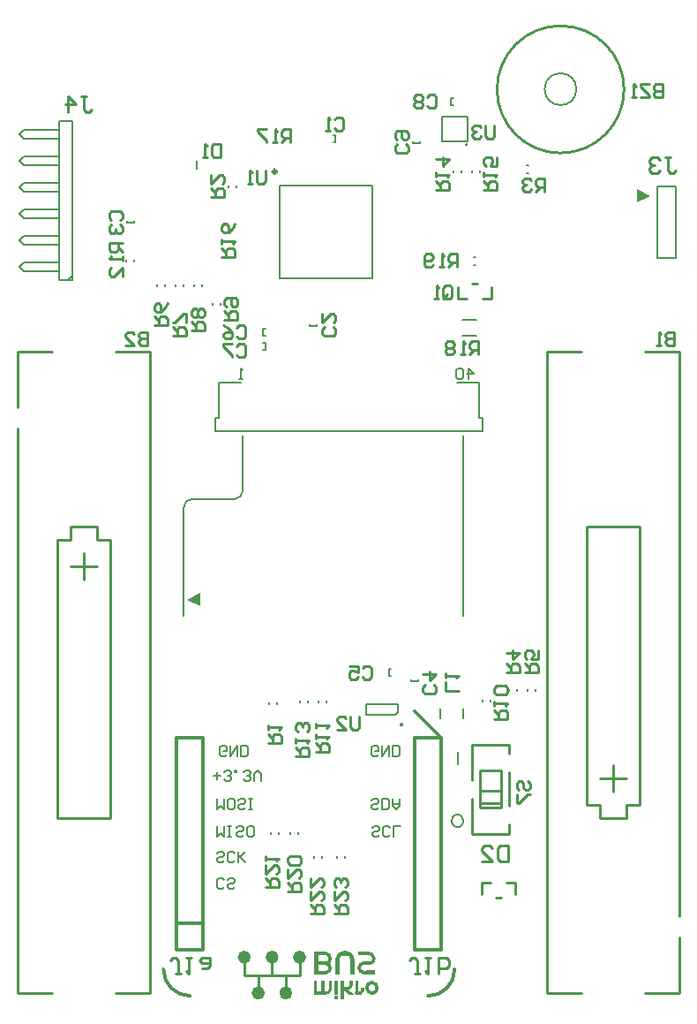
<source format=gbo>
G04*
G04 #@! TF.GenerationSoftware,Altium Limited,Altium Designer,19.1.8 (144)*
G04*
G04 Layer_Color=32896*
%FSLAX24Y24*%
%MOIN*%
G70*
G01*
G75*
%ADD10C,0.0079*%
%ADD11C,0.0100*%
%ADD12C,0.0080*%
%ADD13C,0.0090*%
%ADD28C,0.0200*%
%ADD66C,0.0120*%
%ADD67C,0.0110*%
%ADD98C,0.0140*%
%ADD99C,0.0160*%
%ADD100C,0.0030*%
G36*
X24400Y30725D02*
X23900Y30475D01*
Y30975D01*
X24400Y30725D01*
D02*
G37*
G36*
X7400Y15250D02*
X6900Y15500D01*
X7400Y15750D01*
Y15250D01*
D02*
G37*
G36*
X13695Y2090D02*
X13345D01*
Y2220D01*
X13695D01*
Y2090D01*
D02*
G37*
G36*
X14005Y1370D02*
X13655D01*
Y1507D01*
X14005D01*
Y1370D01*
D02*
G37*
G36*
X13220D02*
X13060D01*
Y1910D01*
X13220D01*
Y1370D01*
D02*
G37*
G36*
X12650D02*
X12490D01*
Y1910D01*
X12650D01*
Y1370D01*
D02*
G37*
G36*
X11840D02*
X11680D01*
Y2220D01*
X11840D01*
Y1370D01*
D02*
G37*
G36*
X13154Y936D02*
X13026D01*
Y1113D01*
X13154D01*
Y936D01*
D02*
G37*
G36*
X12350Y810D02*
X12240D01*
Y1110D01*
X12350D01*
Y810D01*
D02*
G37*
G36*
X13577Y778D02*
X13459D01*
Y847D01*
X13577D01*
Y778D01*
D02*
G37*
G36*
X12081Y709D02*
X12159D01*
Y601D01*
X11677D01*
Y1113D01*
X11805D01*
Y709D01*
X11953D01*
Y1113D01*
X12081D01*
Y709D01*
D02*
G37*
G36*
X13370Y601D02*
X13242D01*
Y1113D01*
X13370D01*
Y601D01*
D02*
G37*
G36*
X12829Y887D02*
X12967D01*
Y795D01*
X13173Y631D01*
X13173Y611D01*
X13163Y601D01*
X13035D01*
X12829Y770D01*
Y424D01*
X12701D01*
Y1113D01*
X12829D01*
Y887D01*
D02*
G37*
G36*
X12593Y601D02*
X12465D01*
Y1113D01*
X12593D01*
Y601D01*
D02*
G37*
G36*
Y424D02*
X12465D01*
Y552D01*
X12593D01*
Y424D01*
D02*
G37*
G36*
X17125Y7420D02*
X17144Y7418D01*
X17161Y7414D01*
X17178Y7410D01*
X17194Y7404D01*
X17209Y7398D01*
X17222Y7391D01*
X17234Y7385D01*
X17245Y7378D01*
X17255Y7371D01*
X17263Y7365D01*
X17269Y7360D01*
X17275Y7355D01*
X17279Y7351D01*
X17281Y7349D01*
X17282Y7348D01*
X17294Y7334D01*
X17304Y7320D01*
X17314Y7303D01*
X17321Y7287D01*
X17328Y7270D01*
X17334Y7254D01*
X17338Y7237D01*
X17341Y7222D01*
X17344Y7207D01*
X17346Y7193D01*
X17348Y7180D01*
X17349Y7170D01*
Y7161D01*
X17350Y7155D01*
Y7150D01*
Y7149D01*
Y7149D01*
X17349Y7123D01*
X17346Y7101D01*
X17341Y7078D01*
X17338Y7069D01*
X17335Y7059D01*
X17333Y7051D01*
X17330Y7044D01*
X17328Y7037D01*
X17326Y7031D01*
X17324Y7027D01*
X17323Y7024D01*
X17321Y7021D01*
Y7021D01*
X17309Y6999D01*
X17295Y6981D01*
X17280Y6964D01*
X17266Y6951D01*
X17254Y6940D01*
X17249Y6936D01*
X17244Y6933D01*
X17240Y6930D01*
X17237Y6927D01*
X17235Y6927D01*
X17235Y6926D01*
X17223Y6920D01*
X17212Y6915D01*
X17190Y6906D01*
X17169Y6900D01*
X17149Y6896D01*
X17139Y6894D01*
X17131Y6893D01*
X17124Y6892D01*
X17117D01*
X17112Y6891D01*
X17105D01*
X17081Y6893D01*
X17058Y6896D01*
X17036Y6901D01*
X17027Y6904D01*
X17018Y6907D01*
X17010Y6910D01*
X17002Y6913D01*
X16996Y6915D01*
X16991Y6917D01*
X16987Y6919D01*
X16983Y6921D01*
X16981Y6922D01*
X16981D01*
X16960Y6936D01*
X16942Y6950D01*
X16927Y6966D01*
X16915Y6981D01*
X16905Y6995D01*
X16901Y7000D01*
X16898Y7005D01*
X16895Y7010D01*
X16893Y7012D01*
X16892Y7015D01*
Y7015D01*
X16886Y7027D01*
X16882Y7039D01*
X16873Y7063D01*
X16868Y7086D01*
X16864Y7108D01*
X16863Y7118D01*
X16862Y7126D01*
X16861Y7135D01*
Y7141D01*
X16860Y7147D01*
Y7151D01*
Y7154D01*
Y7155D01*
X16862Y7183D01*
X16865Y7209D01*
X16867Y7220D01*
X16870Y7232D01*
X16873Y7243D01*
X16875Y7252D01*
X16878Y7261D01*
X16881Y7269D01*
X16883Y7276D01*
X16886Y7282D01*
X16888Y7286D01*
X16889Y7289D01*
X16890Y7291D01*
Y7292D01*
X16902Y7314D01*
X16916Y7333D01*
X16931Y7349D01*
X16944Y7362D01*
X16957Y7373D01*
X16963Y7377D01*
X16967Y7381D01*
X16972Y7383D01*
X16975Y7385D01*
X16976Y7386D01*
X16977Y7387D01*
X16988Y7393D01*
X16999Y7398D01*
X17021Y7407D01*
X17043Y7413D01*
X17062Y7417D01*
X17071Y7418D01*
X17080Y7419D01*
X17087Y7420D01*
X17093D01*
X17098Y7421D01*
X17105D01*
X17125Y7420D01*
D02*
G37*
G36*
X17168Y9250D02*
X17100D01*
Y9762D01*
X17168D01*
Y9250D01*
D02*
G37*
%LPC*%
G36*
X17112Y7362D02*
X17105D01*
X17087Y7362D01*
X17069Y7359D01*
X17053Y7354D01*
X17040Y7350D01*
X17029Y7345D01*
X17024Y7343D01*
X17021Y7341D01*
X17017Y7339D01*
X17015Y7338D01*
X17014Y7337D01*
X17013D01*
X16999Y7326D01*
X16987Y7314D01*
X16976Y7303D01*
X16967Y7291D01*
X16960Y7280D01*
X16955Y7271D01*
X16953Y7269D01*
X16952Y7266D01*
X16951Y7265D01*
Y7264D01*
X16944Y7246D01*
X16939Y7227D01*
X16935Y7209D01*
X16933Y7192D01*
X16931Y7184D01*
X16930Y7178D01*
Y7171D01*
X16930Y7166D01*
Y7161D01*
Y7158D01*
Y7156D01*
Y7155D01*
X16930Y7138D01*
X16932Y7121D01*
X16934Y7104D01*
X16937Y7089D01*
X16942Y7076D01*
X16945Y7064D01*
X16950Y7052D01*
X16954Y7041D01*
X16959Y7032D01*
X16964Y7024D01*
X16967Y7018D01*
X16971Y7012D01*
X16975Y7008D01*
X16977Y7004D01*
X16979Y7003D01*
X16979Y7002D01*
X16989Y6992D01*
X16999Y6984D01*
X17010Y6978D01*
X17020Y6971D01*
X17030Y6966D01*
X17041Y6962D01*
X17051Y6958D01*
X17061Y6956D01*
X17070Y6953D01*
X17079Y6952D01*
X17087Y6950D01*
X17093Y6950D01*
X17098D01*
X17102Y6949D01*
X17106D01*
X17120Y6950D01*
X17133Y6951D01*
X17145Y6954D01*
X17157Y6957D01*
X17168Y6961D01*
X17178Y6966D01*
X17188Y6970D01*
X17197Y6975D01*
X17204Y6981D01*
X17211Y6985D01*
X17217Y6990D01*
X17222Y6994D01*
X17226Y6997D01*
X17229Y7000D01*
X17230Y7001D01*
X17231Y7002D01*
X17240Y7012D01*
X17247Y7024D01*
X17254Y7035D01*
X17260Y7047D01*
X17264Y7060D01*
X17269Y7072D01*
X17275Y7095D01*
X17276Y7106D01*
X17277Y7116D01*
X17279Y7125D01*
X17280Y7132D01*
X17280Y7139D01*
Y7144D01*
Y7147D01*
Y7148D01*
X17280Y7169D01*
X17278Y7188D01*
X17276Y7206D01*
X17272Y7223D01*
X17269Y7237D01*
X17264Y7251D01*
X17259Y7263D01*
X17255Y7274D01*
X17249Y7283D01*
X17245Y7291D01*
X17240Y7298D01*
X17237Y7303D01*
X17233Y7308D01*
X17231Y7311D01*
X17229Y7312D01*
X17229Y7313D01*
X17219Y7322D01*
X17209Y7329D01*
X17198Y7336D01*
X17187Y7342D01*
X17177Y7346D01*
X17166Y7351D01*
X17147Y7357D01*
X17138Y7358D01*
X17130Y7360D01*
X17124Y7361D01*
X17117Y7362D01*
X17112Y7362D01*
D02*
G37*
%LPD*%
D10*
X10398Y31133D02*
X13902D01*
X10398Y27629D02*
X13902D01*
X10398D02*
Y31133D01*
X13902Y27629D02*
Y31133D01*
X14860Y11252D02*
Y11557D01*
X14752Y11143D02*
X14860Y11252D01*
X13640Y11143D02*
X14752D01*
X13640Y11557D02*
X14860D01*
X13640Y11143D02*
Y11557D01*
X17274Y26055D02*
X17826D01*
X17274Y25445D02*
X17826D01*
X12552Y5761D02*
Y5839D01*
X12848Y5761D02*
Y5839D01*
X25354Y28396D02*
Y31104D01*
X24646D02*
X25354D01*
X24646Y28396D02*
Y31104D01*
Y28396D02*
X25354D01*
X16525Y32775D02*
X17485D01*
X16525D02*
Y33725D01*
X17485D01*
Y32775D02*
Y33725D01*
X7259Y31743D02*
Y32057D01*
X16467Y11023D02*
Y11377D01*
X17333Y11023D02*
Y11377D01*
X2050Y27550D02*
X2550D01*
X2050D02*
Y33550D01*
X2550D01*
X717Y27883D02*
X2050D01*
X550Y28050D02*
X717Y27883D01*
X550Y28050D02*
X717Y28217D01*
X2050D01*
X717Y28883D02*
X2050D01*
X550Y29050D02*
X717Y28883D01*
X550Y29050D02*
X717Y29217D01*
X2050D01*
X717Y29883D02*
X2050D01*
X550Y30050D02*
X717Y29883D01*
X550Y30050D02*
X717Y30217D01*
X2050D01*
X717Y30883D02*
X2050D01*
X550Y31050D02*
X717Y30883D01*
X550Y31050D02*
X717Y31217D01*
X2050D01*
X717Y31883D02*
X2050D01*
X550Y32050D02*
X717Y31883D01*
X550Y32050D02*
X717Y32217D01*
X2050D01*
X717Y32883D02*
X2050D01*
X550Y33050D02*
X717Y32883D01*
X550Y33050D02*
X717Y33217D01*
X2050D01*
X2383Y27550D02*
X2550Y27717D01*
Y27550D02*
Y33550D01*
X9771Y25462D02*
Y25738D01*
X9849D01*
X9771Y25462D02*
X9849D01*
X19348Y12061D02*
Y12139D01*
X19052Y12061D02*
Y12139D01*
X20048Y12061D02*
Y12139D01*
X19752Y12061D02*
Y12139D01*
X19711Y31898D02*
X19789D01*
X19711Y31602D02*
X19789D01*
X17652Y31611D02*
Y31689D01*
X17948Y31611D02*
Y31689D01*
X16952Y31611D02*
Y31689D01*
X17248Y31611D02*
Y31689D01*
X15688Y32711D02*
Y32789D01*
X15412Y32711D02*
Y32789D01*
Y32711D02*
X15688D01*
X16861Y34162D02*
X16939D01*
X16861Y34438D02*
X16939D01*
X16861Y34162D02*
Y34438D01*
X4898Y28261D02*
Y28339D01*
X4602Y28261D02*
Y28339D01*
X11152Y11611D02*
Y11689D01*
X11448Y11611D02*
Y11689D01*
X12148Y11611D02*
Y11689D01*
X11852Y11611D02*
Y11689D01*
X18348Y11661D02*
Y11739D01*
X18052Y11661D02*
Y11739D01*
X14521Y12612D02*
X14599D01*
X14521Y12888D02*
X14599D01*
X14521Y12612D02*
Y12888D01*
X15638Y12411D02*
Y12489D01*
X15362Y12411D02*
Y12489D01*
Y12411D02*
X15638D01*
X8452Y31042D02*
Y31121D01*
X8748Y31042D02*
Y31121D01*
X12489Y32762D02*
Y33038D01*
X12411Y32762D02*
X12489D01*
X12411Y33038D02*
X12489D01*
X11512Y25811D02*
X11788D01*
X11512D02*
Y25889D01*
X11788Y25811D02*
Y25889D01*
X9839Y24912D02*
Y25188D01*
X9761Y24912D02*
X9839D01*
X9761Y25188D02*
X9839D01*
X4612Y29711D02*
X4888D01*
X4612D02*
Y29789D01*
X4888Y29711D02*
Y29789D01*
X17711Y28134D02*
X17789D01*
X17711Y28429D02*
X17789D01*
X7852Y26611D02*
Y26689D01*
X8148Y26611D02*
Y26689D01*
X7448Y27311D02*
Y27389D01*
X7152Y27311D02*
Y27389D01*
X6748Y27311D02*
Y27389D01*
X6452Y27311D02*
Y27389D01*
X6048Y27311D02*
Y27389D01*
X5752Y27311D02*
Y27389D01*
X10002Y11561D02*
Y11639D01*
X10298Y11561D02*
Y11639D01*
X10052Y6661D02*
Y6739D01*
X10348Y6661D02*
Y6739D01*
X10802Y6661D02*
Y6739D01*
X11098Y6661D02*
Y6739D01*
X11702Y5761D02*
Y5839D01*
X11998Y5761D02*
Y5839D01*
X15018Y10759D02*
Y10825D01*
X14952D01*
Y10759D01*
X15018D01*
D11*
X17446Y32674D02*
G03*
X17446Y32674I-11J0D01*
G01*
X23400Y34750D02*
G03*
X23400Y34750I-2400J0D01*
G01*
X9630Y660D02*
G03*
X9630Y660I-50J0D01*
G01*
X10150Y2010D02*
G03*
X10150Y2010I-50J0D01*
G01*
X11190D02*
G03*
X11190Y2010I-50J0D01*
G01*
X10670Y660D02*
G03*
X10670Y660I-50J0D01*
G01*
X9100Y2010D02*
G03*
X9100Y2010I-50J0D01*
G01*
X19040Y7715D02*
Y8985D01*
X17950Y8300D02*
X18750D01*
X17950Y7820D02*
X18750D01*
X17950Y7650D02*
Y9050D01*
Y7650D02*
X18750D01*
Y9050D01*
X17950D02*
X18750D01*
X17660Y6660D02*
X19040D01*
X17660D02*
Y8000D01*
Y8700D02*
Y10030D01*
X19040D01*
Y6660D02*
Y7020D01*
Y9680D02*
Y10030D01*
X18020Y4395D02*
Y4834D01*
X18350D01*
X18550Y4256D02*
X18750D01*
X19280Y4395D02*
Y4834D01*
X18950D02*
X19280D01*
X20500Y650D02*
X21800D01*
X20500D02*
Y24850D01*
X21800D01*
X24200D02*
X25500D01*
Y3550D02*
Y24850D01*
Y650D02*
Y2750D01*
X24200Y650D02*
X24205Y645D01*
X25500D01*
X22000Y18250D02*
X24000D01*
X22000Y7750D02*
Y18250D01*
Y7750D02*
X22500D01*
Y7250D02*
Y7750D01*
Y7250D02*
X23500D01*
Y7750D01*
X24000D01*
Y18250D01*
X22500Y8750D02*
X23500D01*
X23000Y8250D02*
Y9250D01*
X4200Y24850D02*
X5500D01*
Y650D02*
Y24850D01*
X4200Y650D02*
X5500D01*
X500D02*
X1800D01*
X500D02*
Y21950D01*
Y22750D02*
Y24850D01*
X1795Y24855D02*
X1800Y24850D01*
X500Y24855D02*
X1795D01*
X2000Y7250D02*
X4000D01*
Y17750D01*
X3500D02*
X4000D01*
X3500D02*
Y18250D01*
X2500D02*
X3500D01*
X2500Y17750D02*
Y18250D01*
X2000Y17750D02*
X2500D01*
X2000Y7250D02*
Y17750D01*
X2500Y16750D02*
X3500D01*
X3000Y16250D02*
Y17250D01*
X18380Y26847D02*
Y27286D01*
X18050Y26847D02*
X18380D01*
X17650Y27426D02*
X17850D01*
X17120Y26847D02*
Y27286D01*
Y26847D02*
X17450D01*
X6500Y2300D02*
Y10300D01*
X16500Y2300D02*
Y10300D01*
X6500Y2300D02*
X7500D01*
X6500Y10300D02*
X7500D01*
X15500Y2300D02*
X16500D01*
X15500Y10300D02*
X16500D01*
X7500Y2300D02*
Y10300D01*
X15500Y2300D02*
Y10300D01*
X15700Y1400D02*
X15500D01*
X15600D01*
Y1900D01*
X15500Y2000D01*
X15400D01*
X15300Y1900D01*
X15900Y2000D02*
X16100D01*
X16000D01*
Y1400D01*
X15900Y1500D01*
X16400Y1400D02*
Y2000D01*
X16700D01*
X16800Y1900D01*
Y1800D01*
Y1700D01*
X16700Y1600D01*
X16400D01*
X6650Y1400D02*
X6450D01*
X6550D01*
Y1900D01*
X6450Y2000D01*
X6350D01*
X6250Y1900D01*
X6850Y2000D02*
X7050D01*
X6950D01*
Y1400D01*
X6850Y1500D01*
X7450Y1600D02*
X7650D01*
X7750Y1700D01*
Y2000D01*
X7450D01*
X7350Y1900D01*
X7450Y1800D01*
X7750D01*
X19019Y6216D02*
Y5616D01*
X18719D01*
X18619Y5716D01*
Y6116D01*
X18719Y6216D01*
X19019D01*
X18019Y5616D02*
X18419D01*
X18019Y6016D01*
Y6116D01*
X18119Y6216D01*
X18319D01*
X18419Y6116D01*
X24950Y32200D02*
X25150D01*
X25050D01*
Y31700D01*
X25150Y31600D01*
X25250D01*
X25350Y31700D01*
X24750Y32100D02*
X24650Y32200D01*
X24450D01*
X24350Y32100D01*
Y32000D01*
X24450Y31900D01*
X24550D01*
X24450D01*
X24350Y31800D01*
Y31700D01*
X24450Y31600D01*
X24650D01*
X24750Y31700D01*
X2889Y34486D02*
X3089D01*
X2989D01*
Y33986D01*
X3089Y33886D01*
X3189D01*
X3289Y33986D01*
X2389Y33886D02*
Y34486D01*
X2689Y34186D01*
X2289D01*
D12*
X8690Y19300D02*
G03*
X8990Y19600I0J300D01*
G01*
X7070Y19300D02*
G03*
X6770Y19000I0J-300D01*
G01*
X21600Y34760D02*
G03*
X21600Y34760I-600J0D01*
G01*
X7070Y19300D02*
X8690D01*
X18061Y21851D02*
Y22371D01*
X17920D02*
Y23681D01*
Y22371D02*
X18061D01*
X7960D02*
X8101D01*
Y23681D01*
X7960Y21851D02*
Y22371D01*
X8101Y23681D02*
X8920D01*
X17101D02*
X17920D01*
X17310Y14880D02*
Y21680D01*
X7960Y21851D02*
X18061D01*
X6770Y14880D02*
Y19000D01*
X8990Y19600D02*
Y21680D01*
X17510Y23821D02*
Y24221D01*
X17710Y24021D01*
X17443D01*
X17310Y24155D02*
X17243Y24221D01*
X17110D01*
X17044Y24155D01*
Y23888D01*
X17110Y23821D01*
X17243D01*
X17310Y23888D01*
Y24155D01*
X9000Y23811D02*
X8867D01*
X8933D01*
Y24211D01*
X9000Y24145D01*
X8302Y4668D02*
X8235Y4601D01*
X8102D01*
X8035Y4668D01*
Y4934D01*
X8102Y5001D01*
X8235D01*
X8302Y4934D01*
X8702Y4668D02*
X8635Y4601D01*
X8502D01*
X8435Y4668D01*
Y4734D01*
X8502Y4801D01*
X8635D01*
X8702Y4868D01*
Y4934D01*
X8635Y5001D01*
X8502D01*
X8435Y4934D01*
X8302Y5652D02*
X8235Y5585D01*
X8102D01*
X8035Y5652D01*
Y5718D01*
X8102Y5785D01*
X8235D01*
X8302Y5852D01*
Y5918D01*
X8235Y5985D01*
X8102D01*
X8035Y5918D01*
X8702Y5652D02*
X8635Y5585D01*
X8502D01*
X8435Y5652D01*
Y5918D01*
X8502Y5985D01*
X8635D01*
X8702Y5918D01*
X8835Y5585D02*
Y5985D01*
Y5852D01*
X9102Y5585D01*
X8902Y5785D01*
X9102Y5985D01*
X8035Y6969D02*
Y6569D01*
X8169Y6703D01*
X8302Y6569D01*
Y6969D01*
X8435Y6569D02*
X8569D01*
X8502D01*
Y6969D01*
X8435D01*
X8569D01*
X9035Y6636D02*
X8968Y6569D01*
X8835D01*
X8769Y6636D01*
Y6703D01*
X8835Y6769D01*
X8968D01*
X9035Y6836D01*
Y6903D01*
X8968Y6969D01*
X8835D01*
X8769Y6903D01*
X9368Y6569D02*
X9235D01*
X9168Y6636D01*
Y6903D01*
X9235Y6969D01*
X9368D01*
X9435Y6903D01*
Y6636D01*
X9368Y6569D01*
X8035Y7993D02*
Y7593D01*
X8169Y7726D01*
X8302Y7593D01*
Y7993D01*
X8635Y7593D02*
X8502D01*
X8435Y7660D01*
Y7926D01*
X8502Y7993D01*
X8635D01*
X8702Y7926D01*
Y7660D01*
X8635Y7593D01*
X9102Y7660D02*
X9035Y7593D01*
X8902D01*
X8835Y7660D01*
Y7726D01*
X8902Y7793D01*
X9035D01*
X9102Y7860D01*
Y7926D01*
X9035Y7993D01*
X8902D01*
X8835Y7926D01*
X9235Y7593D02*
X9368D01*
X9302D01*
Y7993D01*
X9235D01*
X9368D01*
X8381Y9668D02*
X8314Y9601D01*
X8181D01*
X8114Y9668D01*
Y9934D01*
X8181Y10001D01*
X8314D01*
X8381Y9934D01*
Y9801D01*
X8247D01*
X8514Y10001D02*
Y9601D01*
X8781Y10001D01*
Y9601D01*
X8914D02*
Y10001D01*
X9114D01*
X9180Y9934D01*
Y9668D01*
X9114Y9601D01*
X8914D01*
X14168Y6636D02*
X14102Y6569D01*
X13968D01*
X13902Y6636D01*
Y6703D01*
X13968Y6769D01*
X14102D01*
X14168Y6836D01*
Y6903D01*
X14102Y6969D01*
X13968D01*
X13902Y6903D01*
X14568Y6636D02*
X14501Y6569D01*
X14368D01*
X14301Y6636D01*
Y6903D01*
X14368Y6969D01*
X14501D01*
X14568Y6903D01*
X14701Y6569D02*
Y6969D01*
X14968D01*
X14129Y7660D02*
X14062Y7593D01*
X13929D01*
X13862Y7660D01*
Y7726D01*
X13929Y7793D01*
X14062D01*
X14129Y7860D01*
Y7926D01*
X14062Y7993D01*
X13929D01*
X13862Y7926D01*
X14262Y7593D02*
Y7993D01*
X14462D01*
X14529Y7926D01*
Y7660D01*
X14462Y7593D01*
X14262D01*
X14662Y7993D02*
Y7726D01*
X14795Y7593D01*
X14929Y7726D01*
Y7993D01*
Y7793D01*
X14662D01*
X14129Y9668D02*
X14062Y9601D01*
X13929D01*
X13862Y9668D01*
Y9934D01*
X13929Y10001D01*
X14062D01*
X14129Y9934D01*
Y9801D01*
X13995D01*
X14262Y10001D02*
Y9601D01*
X14529Y10001D01*
Y9601D01*
X14662D02*
Y10001D01*
X14862D01*
X14929Y9934D01*
Y9668D01*
X14862Y9601D01*
X14662D01*
X7878Y8856D02*
X8145D01*
X8011Y8723D02*
Y8989D01*
X8278Y8723D02*
X8344Y8656D01*
X8478D01*
X8544Y8723D01*
Y8789D01*
X8478Y8856D01*
X8411D01*
X8478D01*
X8544Y8923D01*
Y8989D01*
X8478Y9056D01*
X8344D01*
X8278Y8989D01*
X8678Y9056D02*
Y8989D01*
X8744D01*
Y9056D01*
X8678D01*
X9011Y8723D02*
X9078Y8656D01*
X9211D01*
X9277Y8723D01*
Y8789D01*
X9211Y8856D01*
X9144D01*
X9211D01*
X9277Y8923D01*
Y8989D01*
X9211Y9056D01*
X9078D01*
X9011Y8989D01*
X9411Y8656D02*
Y8923D01*
X9544Y9056D01*
X9677Y8923D01*
Y8656D01*
D13*
X10100Y1330D02*
Y1780D01*
X11150Y1330D02*
Y1780D01*
X9580Y880D02*
Y1330D01*
X10630Y880D02*
Y1330D01*
X9060D02*
Y1780D01*
Y1330D02*
X11150D01*
X12450Y3650D02*
X12950D01*
Y3900D01*
X12867Y3983D01*
X12700D01*
X12617Y3900D01*
Y3650D01*
Y3817D02*
X12450Y3983D01*
Y4483D02*
Y4150D01*
X12783Y4483D01*
X12867D01*
X12950Y4400D01*
Y4233D01*
X12867Y4150D01*
Y4650D02*
X12950Y4733D01*
Y4900D01*
X12867Y4983D01*
X12783D01*
X12700Y4900D01*
Y4816D01*
Y4900D01*
X12617Y4983D01*
X12533D01*
X12450Y4900D01*
Y4733D01*
X12533Y4650D01*
X11550Y3650D02*
X12050D01*
Y3900D01*
X11967Y3983D01*
X11800D01*
X11717Y3900D01*
Y3650D01*
Y3817D02*
X11550Y3983D01*
Y4483D02*
Y4150D01*
X11883Y4483D01*
X11967D01*
X12050Y4400D01*
Y4233D01*
X11967Y4150D01*
X11550Y4983D02*
Y4650D01*
X11883Y4983D01*
X11967D01*
X12050Y4900D01*
Y4733D01*
X11967Y4650D01*
X8767Y25767D02*
X8850Y25850D01*
X9017D01*
X9100Y25767D01*
Y25433D01*
X9017Y25350D01*
X8850D01*
X8767Y25433D01*
X8267Y25850D02*
X8434Y25767D01*
X8600Y25600D01*
Y25433D01*
X8517Y25350D01*
X8350D01*
X8267Y25433D01*
Y25517D01*
X8350Y25600D01*
X8600D01*
X10700Y4500D02*
X11200D01*
Y4750D01*
X11117Y4833D01*
X10950D01*
X10867Y4750D01*
Y4500D01*
Y4667D02*
X10700Y4833D01*
Y5333D02*
Y5000D01*
X11033Y5333D01*
X11117D01*
X11200Y5250D01*
Y5083D01*
X11117Y5000D01*
Y5500D02*
X11200Y5583D01*
Y5750D01*
X11117Y5833D01*
X10783D01*
X10700Y5750D01*
Y5583D01*
X10783Y5500D01*
X11117D01*
X9850Y4650D02*
X10350D01*
Y4900D01*
X10267Y4983D01*
X10100D01*
X10017Y4900D01*
Y4650D01*
Y4817D02*
X9850Y4983D01*
Y5483D02*
Y5150D01*
X10183Y5483D01*
X10267D01*
X10350Y5400D01*
Y5233D01*
X10267Y5150D01*
X9850Y5650D02*
Y5816D01*
Y5733D01*
X10350D01*
X10267Y5650D01*
X9950Y10100D02*
X10450D01*
Y10350D01*
X10367Y10433D01*
X10200D01*
X10117Y10350D01*
Y10100D01*
Y10267D02*
X9950Y10433D01*
Y10600D02*
Y10766D01*
Y10683D01*
X10450D01*
X10367Y10600D01*
X17150Y12050D02*
X16650D01*
Y12383D01*
Y12550D02*
Y12716D01*
Y12633D01*
X17150D01*
X17067Y12550D01*
X13400Y11100D02*
Y10683D01*
X13317Y10600D01*
X13150D01*
X13067Y10683D01*
Y11100D01*
X12567Y10600D02*
X12900D01*
X12567Y10933D01*
Y11017D01*
X12650Y11100D01*
X12817D01*
X12900Y11017D01*
X5655Y25851D02*
X6155D01*
Y26101D01*
X6072Y26184D01*
X5905D01*
X5822Y26101D01*
Y25851D01*
Y26018D02*
X5655Y26184D01*
X6155Y26684D02*
X6072Y26518D01*
X5905Y26351D01*
X5739D01*
X5655Y26434D01*
Y26601D01*
X5739Y26684D01*
X5822D01*
X5905Y26601D01*
Y26351D01*
X6345Y25450D02*
X6845D01*
Y25700D01*
X6762Y25783D01*
X6595D01*
X6512Y25700D01*
Y25450D01*
Y25617D02*
X6345Y25783D01*
X6845Y25950D02*
Y26283D01*
X6762D01*
X6429Y25950D01*
X6345D01*
X7055Y25650D02*
X7555D01*
Y25900D01*
X7472Y25983D01*
X7305D01*
X7222Y25900D01*
Y25650D01*
Y25817D02*
X7055Y25983D01*
X7472Y26150D02*
X7555Y26233D01*
Y26400D01*
X7472Y26483D01*
X7389D01*
X7305Y26400D01*
X7222Y26483D01*
X7139D01*
X7055Y26400D01*
Y26233D01*
X7139Y26150D01*
X7222D01*
X7305Y26233D01*
X7389Y26150D01*
X7472D01*
X7305Y26233D02*
Y26400D01*
X8300Y26050D02*
X8800D01*
Y26300D01*
X8717Y26383D01*
X8550D01*
X8467Y26300D01*
Y26050D01*
Y26217D02*
X8300Y26383D01*
X8383Y26550D02*
X8300Y26633D01*
Y26800D01*
X8383Y26883D01*
X8717D01*
X8800Y26800D01*
Y26633D01*
X8717Y26550D01*
X8633D01*
X8550Y26633D01*
Y26883D01*
X9850Y31700D02*
Y31283D01*
X9767Y31200D01*
X9600D01*
X9517Y31283D01*
Y31700D01*
X9350Y31200D02*
X9184D01*
X9267D01*
Y31700D01*
X9350Y31617D01*
X17100Y28050D02*
Y28550D01*
X16850D01*
X16767Y28467D01*
Y28300D01*
X16850Y28217D01*
X17100D01*
X16933D02*
X16767Y28050D01*
X16600D02*
X16434D01*
X16517D01*
Y28550D01*
X16600Y28467D01*
X16184Y28133D02*
X16100Y28050D01*
X15934D01*
X15850Y28133D01*
Y28467D01*
X15934Y28550D01*
X16100D01*
X16184Y28467D01*
Y28383D01*
X16100Y28300D01*
X15850D01*
X17900Y24750D02*
Y25250D01*
X17650D01*
X17567Y25167D01*
Y25000D01*
X17650Y24917D01*
X17900D01*
X17733D02*
X17567Y24750D01*
X17400D02*
X17234D01*
X17317D01*
Y25250D01*
X17400Y25167D01*
X16984D02*
X16900Y25250D01*
X16734D01*
X16650Y25167D01*
Y25083D01*
X16734Y25000D01*
X16650Y24917D01*
Y24833D01*
X16734Y24750D01*
X16900D01*
X16984Y24833D01*
Y24917D01*
X16900Y25000D01*
X16984Y25083D01*
Y25167D01*
X16900Y25000D02*
X16734D01*
X10800Y32750D02*
Y33250D01*
X10550D01*
X10467Y33167D01*
Y33000D01*
X10550Y32917D01*
X10800D01*
X10633D02*
X10467Y32750D01*
X10300D02*
X10134D01*
X10217D01*
Y33250D01*
X10300Y33167D01*
X9884Y33250D02*
X9550D01*
Y33167D01*
X9884Y32833D01*
Y32750D01*
X8194Y28431D02*
X8694D01*
Y28681D01*
X8611Y28765D01*
X8444D01*
X8361Y28681D01*
Y28431D01*
Y28598D02*
X8194Y28765D01*
Y28931D02*
Y29098D01*
Y29015D01*
X8694D01*
X8611Y28931D01*
X8694Y29681D02*
X8611Y29514D01*
X8444Y29348D01*
X8278D01*
X8194Y29431D01*
Y29598D01*
X8278Y29681D01*
X8361D01*
X8444Y29598D01*
Y29348D01*
X16567Y26933D02*
Y27267D01*
X16650Y27350D01*
X16817D01*
X16900Y27267D01*
Y26933D01*
X16817Y26850D01*
X16650D01*
X16733Y27017D02*
X16567Y26850D01*
X16650D02*
X16567Y26933D01*
X16400Y26850D02*
X16234D01*
X16317D01*
Y27350D01*
X16400Y27267D01*
X4033Y29817D02*
X3950Y29900D01*
Y30067D01*
X4033Y30150D01*
X4367D01*
X4450Y30067D01*
Y29900D01*
X4367Y29817D01*
X4033Y29650D02*
X3950Y29567D01*
Y29400D01*
X4033Y29317D01*
X4117D01*
X4200Y29400D01*
Y29484D01*
Y29400D01*
X4283Y29317D01*
X4367D01*
X4450Y29400D01*
Y29567D01*
X4367Y29650D01*
X8767Y25067D02*
X8850Y25150D01*
X9017D01*
X9100Y25067D01*
Y24733D01*
X9017Y24650D01*
X8850D01*
X8767Y24733D01*
X8600Y25150D02*
X8267D01*
Y25067D01*
X8600Y24733D01*
Y24650D01*
X12417Y25783D02*
X12500Y25700D01*
Y25533D01*
X12417Y25450D01*
X12083D01*
X12000Y25533D01*
Y25700D01*
X12083Y25783D01*
X12000Y26283D02*
Y25950D01*
X12333Y26283D01*
X12417D01*
X12500Y26200D01*
Y26033D01*
X12417Y25950D01*
X12467Y33617D02*
X12550Y33700D01*
X12717D01*
X12800Y33617D01*
Y33283D01*
X12717Y33200D01*
X12550D01*
X12467Y33283D01*
X12300Y33200D02*
X12134D01*
X12217D01*
Y33700D01*
X12300Y33617D01*
X8150Y32700D02*
Y32200D01*
X7900D01*
X7817Y32283D01*
Y32617D01*
X7900Y32700D01*
X8150D01*
X7650Y32200D02*
X7484D01*
X7567D01*
Y32700D01*
X7650Y32617D01*
X7800Y30681D02*
X8300D01*
Y30931D01*
X8217Y31015D01*
X8050D01*
X7967Y30931D01*
Y30681D01*
Y30848D02*
X7800Y31015D01*
Y31514D02*
Y31181D01*
X8133Y31514D01*
X8217D01*
X8300Y31431D01*
Y31265D01*
X8217Y31181D01*
X25300Y25600D02*
Y25100D01*
X25050D01*
X24967Y25183D01*
Y25267D01*
X25050Y25350D01*
X25300D01*
X25050D01*
X24967Y25433D01*
Y25517D01*
X25050Y25600D01*
X25300D01*
X24800Y25100D02*
X24634D01*
X24717D01*
Y25600D01*
X24800Y25517D01*
X5400Y25600D02*
Y25100D01*
X5150D01*
X5067Y25183D01*
Y25267D01*
X5150Y25350D01*
X5400D01*
X5150D01*
X5067Y25433D01*
Y25517D01*
X5150Y25600D01*
X5400D01*
X4567Y25100D02*
X4900D01*
X4567Y25433D01*
Y25517D01*
X4650Y25600D01*
X4817D01*
X4900Y25517D01*
X24850Y34950D02*
Y34450D01*
X24600D01*
X24517Y34533D01*
Y34617D01*
X24600Y34700D01*
X24850D01*
X24600D01*
X24517Y34783D01*
Y34867D01*
X24600Y34950D01*
X24850D01*
X24350D02*
X24017D01*
Y34867D01*
X24350Y34533D01*
Y34450D01*
X24017D01*
X23850D02*
X23684D01*
X23767D01*
Y34950D01*
X23850Y34867D01*
X16217Y12283D02*
X16300Y12200D01*
Y12033D01*
X16217Y11950D01*
X15883D01*
X15800Y12033D01*
Y12200D01*
X15883Y12283D01*
X15800Y12700D02*
X16300D01*
X16050Y12450D01*
Y12783D01*
X13517Y12917D02*
X13600Y13000D01*
X13767D01*
X13850Y12917D01*
Y12583D01*
X13767Y12500D01*
X13600D01*
X13517Y12583D01*
X13017Y13000D02*
X13350D01*
Y12750D01*
X13184Y12833D01*
X13100D01*
X13017Y12750D01*
Y12583D01*
X13100Y12500D01*
X13267D01*
X13350Y12583D01*
X18500Y11000D02*
X19000D01*
Y11250D01*
X18917Y11333D01*
X18750D01*
X18667Y11250D01*
Y11000D01*
Y11167D02*
X18500Y11333D01*
Y11500D02*
Y11666D01*
Y11583D01*
X19000D01*
X18917Y11500D01*
Y11916D02*
X19000Y12000D01*
Y12166D01*
X18917Y12250D01*
X18583D01*
X18500Y12166D01*
Y12000D01*
X18583Y11916D01*
X18917D01*
X11750Y9750D02*
X12250D01*
Y10000D01*
X12167Y10083D01*
X12000D01*
X11917Y10000D01*
Y9750D01*
Y9917D02*
X11750Y10083D01*
Y10250D02*
Y10416D01*
Y10333D01*
X12250D01*
X12167Y10250D01*
X11750Y10666D02*
Y10833D01*
Y10750D01*
X12250D01*
X12167Y10666D01*
X11000Y9600D02*
X11500D01*
Y9850D01*
X11417Y9933D01*
X11250D01*
X11167Y9850D01*
Y9600D01*
Y9767D02*
X11000Y9933D01*
Y10100D02*
Y10266D01*
Y10183D01*
X11500D01*
X11417Y10100D01*
Y10516D02*
X11500Y10600D01*
Y10766D01*
X11417Y10850D01*
X11333D01*
X11250Y10766D01*
Y10683D01*
Y10766D01*
X11167Y10850D01*
X11083D01*
X11000Y10766D01*
Y10600D01*
X11083Y10516D01*
X4450Y28950D02*
X3950D01*
Y28700D01*
X4033Y28617D01*
X4200D01*
X4283Y28700D01*
Y28950D01*
Y28783D02*
X4450Y28617D01*
Y28450D02*
Y28284D01*
Y28367D01*
X3950D01*
X4033Y28450D01*
X4450Y27700D02*
Y28034D01*
X4117Y27700D01*
X4033D01*
X3950Y27784D01*
Y27950D01*
X4033Y28034D01*
X15967Y34467D02*
X16050Y34550D01*
X16217D01*
X16300Y34467D01*
Y34133D01*
X16217Y34050D01*
X16050D01*
X15967Y34133D01*
X15800Y34467D02*
X15717Y34550D01*
X15550D01*
X15467Y34467D01*
Y34383D01*
X15550Y34300D01*
X15467Y34217D01*
Y34133D01*
X15550Y34050D01*
X15717D01*
X15800Y34133D01*
Y34217D01*
X15717Y34300D01*
X15800Y34383D01*
Y34467D01*
X15717Y34300D02*
X15550D01*
X15167Y32683D02*
X15250Y32600D01*
Y32433D01*
X15167Y32350D01*
X14833D01*
X14750Y32433D01*
Y32600D01*
X14833Y32683D01*
Y32850D02*
X14750Y32933D01*
Y33100D01*
X14833Y33183D01*
X15167D01*
X15250Y33100D01*
Y32933D01*
X15167Y32850D01*
X15083D01*
X15000Y32933D01*
Y33183D01*
X16300Y30950D02*
X16800D01*
Y31200D01*
X16717Y31283D01*
X16550D01*
X16467Y31200D01*
Y30950D01*
Y31117D02*
X16300Y31283D01*
Y31450D02*
Y31616D01*
Y31533D01*
X16800D01*
X16717Y31450D01*
X16300Y32116D02*
X16800D01*
X16550Y31866D01*
Y32200D01*
X18100Y30950D02*
X18600D01*
Y31200D01*
X18517Y31283D01*
X18350D01*
X18267Y31200D01*
Y30950D01*
Y31117D02*
X18100Y31283D01*
Y31450D02*
Y31616D01*
Y31533D01*
X18600D01*
X18517Y31450D01*
X18600Y32200D02*
Y31866D01*
X18350D01*
X18433Y32033D01*
Y32116D01*
X18350Y32200D01*
X18183D01*
X18100Y32116D01*
Y31950D01*
X18183Y31866D01*
X18500Y33400D02*
Y32983D01*
X18417Y32900D01*
X18250D01*
X18167Y32983D01*
Y33400D01*
X18000Y33317D02*
X17917Y33400D01*
X17750D01*
X17667Y33317D01*
Y33233D01*
X17750Y33150D01*
X17834D01*
X17750D01*
X17667Y33067D01*
Y32983D01*
X17750Y32900D01*
X17917D01*
X18000Y32983D01*
X20400Y30900D02*
Y31400D01*
X20150D01*
X20067Y31317D01*
Y31150D01*
X20150Y31067D01*
X20400D01*
X20233D02*
X20067Y30900D01*
X19900Y31317D02*
X19817Y31400D01*
X19650D01*
X19567Y31317D01*
Y31233D01*
X19650Y31150D01*
X19734D01*
X19650D01*
X19567Y31067D01*
Y30983D01*
X19650Y30900D01*
X19817D01*
X19900Y30983D01*
X19433Y8317D02*
X19350Y8400D01*
Y8567D01*
X19433Y8650D01*
X19517D01*
X19600Y8567D01*
Y8400D01*
X19683Y8317D01*
X19767D01*
X19850Y8400D01*
Y8567D01*
X19767Y8650D01*
X19350Y8150D02*
Y7817D01*
X19433D01*
X19767Y8150D01*
X19850D01*
X19650Y12750D02*
X20150D01*
Y13000D01*
X20067Y13083D01*
X19900D01*
X19817Y13000D01*
Y12750D01*
Y12917D02*
X19650Y13083D01*
X20150Y13583D02*
Y13250D01*
X19900D01*
X19983Y13416D01*
Y13500D01*
X19900Y13583D01*
X19733D01*
X19650Y13500D01*
Y13333D01*
X19733Y13250D01*
X18950Y12750D02*
X19450D01*
Y13000D01*
X19367Y13083D01*
X19200D01*
X19117Y13000D01*
Y12750D01*
Y12917D02*
X18950Y13083D01*
Y13500D02*
X19450D01*
X19200Y13250D01*
Y13583D01*
D28*
X9730Y660D02*
G03*
X9730Y660I-150J0D01*
G01*
X11290Y2010D02*
G03*
X11290Y2010I-150J0D01*
G01*
X10770Y660D02*
G03*
X10770Y660I-150J0D01*
G01*
X9200Y2010D02*
G03*
X9200Y2010I-150J0D01*
G01*
X10250D02*
G03*
X10250Y2010I-150J0D01*
G01*
D66*
X13449Y660D02*
G03*
X13518Y729I0J69D01*
G01*
X12945Y826D02*
G03*
X13094Y975I0J149D01*
G01*
X13882Y1064D02*
G03*
X13675Y857I0J-207D01*
G01*
D02*
G03*
X13882Y650I207J0D01*
G01*
D02*
G03*
X14069Y837I0J187D01*
G01*
Y867D02*
G03*
X13872Y1064I-197J0D01*
G01*
X6000Y1550D02*
G03*
X7000Y550I1000J0D01*
G01*
X16000D02*
G03*
X17000Y1550I0J1000D01*
G01*
X13301Y660D02*
X13429D01*
X13518Y749D02*
Y778D01*
X14069Y837D02*
Y867D01*
X6500Y2300D02*
Y10300D01*
X16500Y2300D02*
Y10300D01*
X6500Y2300D02*
X7500Y2300D01*
X6500Y3300D02*
X7500D01*
X6500Y10300D02*
X7500D01*
X15500Y2300D02*
X16500Y2300D01*
X15500Y10300D02*
X16500D01*
X15500Y11300D02*
X16500Y10300D01*
X7500Y2300D02*
Y10300D01*
X15500Y2300D02*
Y10300D01*
D67*
X12159Y655D02*
G03*
X12297Y793I0J138D01*
G01*
Y818D01*
D98*
X10270Y31650D02*
G03*
X10270Y31650I-70J0D01*
G01*
X11810Y1780D02*
G03*
X11800Y1770I0J-10D01*
G01*
X13566Y1785D02*
G03*
X13385Y1605I0J-180D01*
G01*
D02*
G03*
X13555Y1435I170J0D01*
G01*
X13558Y1438D02*
G03*
X13555Y1435I0J-3D01*
G01*
X12140Y1440D02*
G03*
X12300Y1600I0J160D01*
G01*
D02*
G03*
X12120Y1780I-180J0D01*
G01*
X13140Y1915D02*
G03*
X13145Y1910I5J0D01*
G01*
X12300Y1970D02*
G03*
X12120Y2150I-180J0D01*
G01*
X12140Y1780D02*
G03*
X12300Y1940I0J160D01*
G01*
X13787Y1785D02*
G03*
X13951Y1950I0J164D01*
G01*
D02*
G03*
X13744Y2156I-207J0D01*
G01*
X11810Y1780D02*
X12120D01*
X11770Y1440D02*
X12140D01*
X11810Y2150D02*
X12120D01*
X13558Y1438D02*
X13724D01*
X13566Y1785D02*
X13645D01*
X13787D01*
X13665Y2156D02*
X13744D01*
X12570Y1850D02*
Y1930D01*
X13140Y1915D02*
Y1930D01*
D99*
X12810Y2170D02*
G03*
X12570Y1930I0J-240D01*
G01*
X13140D02*
G03*
X12900Y2170I-240J0D01*
G01*
X12810D02*
X12900D01*
D100*
X12068Y692D02*
X12143D01*
X13022Y2065D02*
X13053Y2029D01*
X13810Y616D02*
Y701D01*
X13850Y611D02*
Y691D01*
X13812Y700D02*
X13841Y692D01*
X13786Y714D02*
X13812Y700D01*
X13765Y733D02*
X13786Y714D01*
X13749Y758D02*
X13765Y733D01*
X13737Y787D02*
X13749Y758D01*
X13737Y933D02*
X13748Y961D01*
X13764Y985D02*
X13784Y1003D01*
X13809Y1016D01*
X13839Y1023D01*
X13873Y1026D01*
X13910Y1023D02*
Y1104D01*
X13909Y1023D02*
X13939Y1016D01*
X13965Y1003D01*
X13986Y985D01*
X14003Y962D01*
X14015Y934D01*
X14022Y901D01*
X14024Y862D01*
X14002Y759D02*
X14014Y788D01*
X13986Y734D02*
X14002Y759D01*
X13964Y714D02*
X13986Y734D01*
X13939Y701D02*
X13964Y714D01*
X13841Y692D02*
X13875Y689D01*
X13873Y1026D02*
X13909Y1023D01*
X13875Y689D02*
X13909Y692D01*
X13876Y1106D02*
X13932Y1102D01*
M02*

</source>
